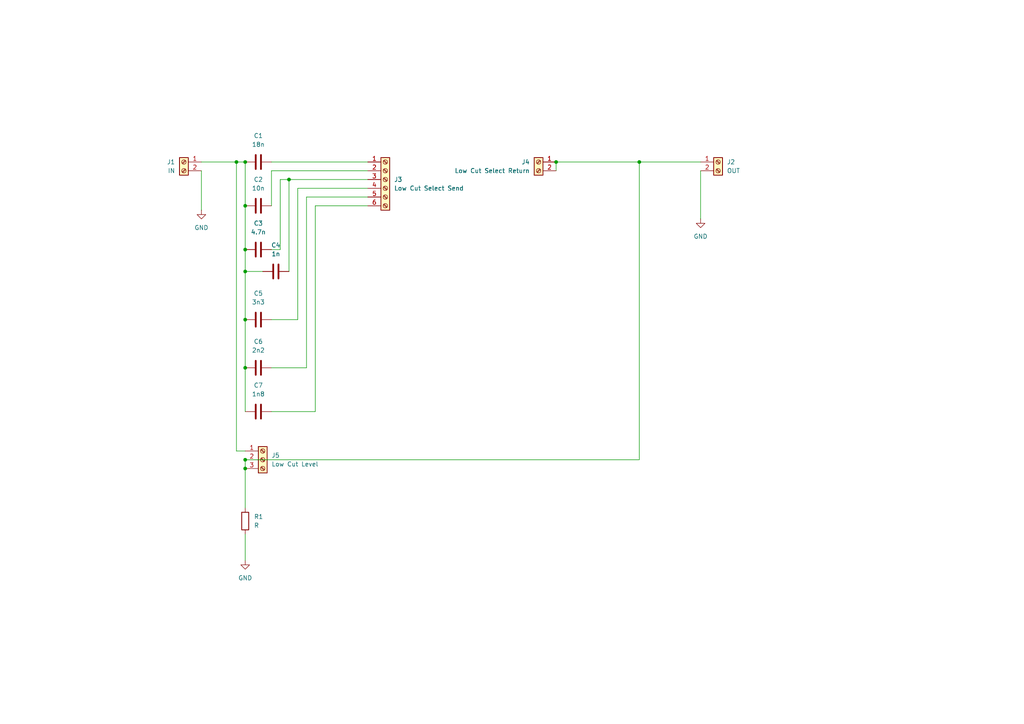
<source format=kicad_sch>
(kicad_sch (version 20231120) (generator "eeschema") (generator_version "8.0")
  (paper "A4")
  (lib_symbols
    (symbol "Connector:Screw_Terminal_01x02" (pin_names (offset 1.016) hide)
      (property "Reference" "J" (at 0 2.54 0))
      (property "Value" "Screw_Terminal_01x02" (at 0 -5.08 0))
      (symbol "Screw_Terminal_01x02_1_1"
        (rectangle (start -1.27 1.27) (end 1.27 -3.81) (stroke (width 0.254)) (fill (type background)))
        (circle (center 0 -2.54) (radius 0.635) (stroke (width 0.1524)))
        (polyline (pts (xy -0.5334 -2.2098) (xy 0.3302 -3.048)) (stroke (width 0.1524)))
        (polyline (pts (xy -0.5334 0.3302) (xy 0.3302 -0.508)) (stroke (width 0.1524)))
        (polyline (pts (xy -0.3556 -2.032) (xy 0.508 -2.8702)) (stroke (width 0.1524)))
        (polyline (pts (xy -0.3556 0.508) (xy 0.508 -0.3302)) (stroke (width 0.1524)))
        (circle (center 0 0) (radius 0.635) (stroke (width 0.1524)))
        (pin passive line (at -5.08 0 0) (length 3.81) (name "Pin_1") (number "1"))
        (pin passive line (at -5.08 -2.54 0) (length 3.81) (name "Pin_2") (number "2"))
      )
    )
    (symbol "Connector:Screw_Terminal_01x03" (pin_names (offset 1.016) hide)
      (property "Reference" "J" (at 0 5.08 0))
      (property "Value" "Screw_Terminal_01x03" (at 0 -5.08 0))
      (symbol "Screw_Terminal_01x03_1_1"
        (rectangle (start -1.27 3.81) (end 1.27 -3.81) (stroke (width 0.254)) (fill (type background)))
        (circle (center 0 -2.54) (radius 0.635) (stroke (width 0.1524)))
        (polyline (pts (xy -0.5334 -2.2098) (xy 0.3302 -3.048)) (stroke (width 0.1524)))
        (polyline (pts (xy -0.5334 0.3302) (xy 0.3302 -0.508)) (stroke (width 0.1524)))
        (polyline (pts (xy -0.5334 2.8702) (xy 0.3302 2.032)) (stroke (width 0.1524)))
        (polyline (pts (xy -0.3556 -2.032) (xy 0.508 -2.8702)) (stroke (width 0.1524)))
        (polyline (pts (xy -0.3556 0.508) (xy 0.508 -0.3302)) (stroke (width 0.1524)))
        (polyline (pts (xy -0.3556 3.048) (xy 0.508 2.2098)) (stroke (width 0.1524)))
        (circle (center 0 0) (radius 0.635) (stroke (width 0.1524)))
        (circle (center 0 2.54) (radius 0.635) (stroke (width 0.1524)))
        (pin passive line (at -5.08 2.54 0) (length 3.81) (name "Pin_1") (number "1"))
        (pin passive line (at -5.08 0 0) (length 3.81) (name "Pin_2") (number "2"))
        (pin passive line (at -5.08 -2.54 0) (length 3.81) (name "Pin_3") (number "3"))
      )
    )
    (symbol "Connector:Screw_Terminal_01x06" (pin_names (offset 1.016) hide)
      (property "Reference" "J" (at 0 7.62 0))
      (property "Value" "Screw_Terminal_01x06" (at 0 -10.16 0))
      (symbol "Screw_Terminal_01x06_1_1"
        (rectangle (start -1.27 6.35) (end 1.27 -8.89) (stroke (width 0.254)) (fill (type background)))
        (circle (center 0 -7.62) (radius 0.635) (stroke (width 0.1524)))
        (circle (center 0 -5.08) (radius 0.635) (stroke (width 0.1524)))
        (circle (center 0 -2.54) (radius 0.635) (stroke (width 0.1524)))
        (polyline (pts (xy -0.5334 -7.2898) (xy 0.3302 -8.128)) (stroke (width 0.1524)))
        (polyline (pts (xy -0.5334 -4.7498) (xy 0.3302 -5.588)) (stroke (width 0.1524)))
        (polyline (pts (xy -0.5334 -2.2098) (xy 0.3302 -3.048)) (stroke (width 0.1524)))
        (polyline (pts (xy -0.5334 0.3302) (xy 0.3302 -0.508)) (stroke (width 0.1524)))
        (polyline (pts (xy -0.5334 2.8702) (xy 0.3302 2.032)) (stroke (width 0.1524)))
        (polyline (pts (xy -0.5334 5.4102) (xy 0.3302 4.572)) (stroke (width 0.1524)))
        (polyline (pts (xy -0.3556 -7.112) (xy 0.508 -7.9502)) (stroke (width 0.1524)))
        (polyline (pts (xy -0.3556 -4.572) (xy 0.508 -5.4102)) (stroke (width 0.1524)))
        (polyline (pts (xy -0.3556 -2.032) (xy 0.508 -2.8702)) (stroke (width 0.1524)))
        (polyline (pts (xy -0.3556 0.508) (xy 0.508 -0.3302)) (stroke (width 0.1524)))
        (polyline (pts (xy -0.3556 3.048) (xy 0.508 2.2098)) (stroke (width 0.1524)))
        (polyline (pts (xy -0.3556 5.588) (xy 0.508 4.7498)) (stroke (width 0.1524)))
        (circle (center 0 0) (radius 0.635) (stroke (width 0.1524)))
        (circle (center 0 2.54) (radius 0.635) (stroke (width 0.1524)))
        (circle (center 0 5.08) (radius 0.635) (stroke (width 0.1524)))
        (pin passive line (at -5.08 5.08 0) (length 3.81) (name "Pin_1") (number "1"))
        (pin passive line (at -5.08 2.54 0) (length 3.81) (name "Pin_2") (number "2"))
        (pin passive line (at -5.08 0 0) (length 3.81) (name "Pin_3") (number "3"))
        (pin passive line (at -5.08 -2.54 0) (length 3.81) (name "Pin_4") (number "4"))
        (pin passive line (at -5.08 -5.08 0) (length 3.81) (name "Pin_5") (number "5"))
        (pin passive line (at -5.08 -7.62 0) (length 3.81) (name "Pin_6") (number "6"))
      )
    )
    (symbol "Device:C" (pin_numbers hide) (pin_names (offset 0.254))
      (property "Reference" "C" (at 0.635 2.54 0))
      (property "Value" "C" (at 0.635 -2.54 0))
      (symbol "C_0_1"
        (polyline (pts (xy -2.032 -0.762) (xy 2.032 -0.762)) (stroke (width 0.508)))
        (polyline (pts (xy -2.032 0.762) (xy 2.032 0.762)) (stroke (width 0.508)))
      )
      (symbol "C_1_1"
        (pin passive line (at 0 3.81 270) (length 2.794) (name "~") (number "1"))
        (pin passive line (at 0 -3.81 90) (length 2.794) (name "~") (number "2"))
      )
    )
    (symbol "Device:R" (pin_numbers hide) (pin_names (offset 0))
      (property "Reference" "R" (at 2.032 0 90))
      (property "Value" "R" (at 0 0 90))
      (symbol "R_0_1"
        (rectangle (start -1.016 -2.54) (end 1.016 2.54) (stroke (width 0.254)))
      )
      (symbol "R_1_1"
        (pin passive line (at 0 3.81 270) (length 1.27) (name "~") (number "1"))
        (pin passive line (at 0 -3.81 90) (length 1.27) (name "~") (number "2"))
      )
    )
    (symbol "power:GND" (power) (pin_numbers hide) (pin_names (offset 0) hide)
      (property "Value" "GND" (at 0 -3.81 0))
      (symbol "GND_0_1"
        (polyline (pts (xy 0 0) (xy 0 -1.27) (xy 1.27 -1.27) (xy 0 -2.54) (xy -1.27 -1.27) (xy 0 -1.27)))
      )
      (symbol "GND_1_1"
        (pin power_in line (at 0 0 270) (length 0) (name "~") (number "1"))
      )
    )
  )
  (junction (at 83.82 52.07))
  (junction (at 71.12 92.71))
  (junction (at 185.42 46.99))
  (junction (at 71.12 78.74))
  (junction (at 71.12 135.89))
  (junction (at 71.12 133.35))
  (junction (at 161.29 46.99))
  (junction (at 71.12 46.99))
  (junction (at 71.12 106.68))
  (junction (at 71.12 72.39))
  (junction (at 71.12 59.69))
  (junction (at 68.58 46.99))
  (wire (pts (xy 88.9 57.15) (xy 88.9 106.68)))
  (wire (pts (xy 86.36 54.61) (xy 86.36 92.71)))
  (wire (pts (xy 71.12 130.81) (xy 68.58 130.81)))
  (wire (pts (xy 71.12 154.94) (xy 71.12 162.56)))
  (wire (pts (xy 106.68 57.15) (xy 88.9 57.15)))
  (wire (pts (xy 81.28 52.07) (xy 81.28 72.39)))
  (wire (pts (xy 83.82 52.07) (xy 83.82 78.74)))
  (wire (pts (xy 78.74 49.53) (xy 78.74 59.69)))
  (wire (pts (xy 71.12 78.74) (xy 71.12 92.71)))
  (wire (pts (xy 106.68 52.07) (xy 83.82 52.07)))
  (wire (pts (xy 185.42 46.99) (xy 203.2 46.99)))
  (wire (pts (xy 71.12 106.68) (xy 71.12 119.38)))
  (wire (pts (xy 161.29 46.99) (xy 185.42 46.99)))
  (wire (pts (xy 58.42 46.99) (xy 68.58 46.99)))
  (wire (pts (xy 78.74 92.71) (xy 86.36 92.71)))
  (wire (pts (xy 71.12 78.74) (xy 76.2 78.74)))
  (wire (pts (xy 78.74 46.99) (xy 106.68 46.99)))
  (wire (pts (xy 58.42 49.53) (xy 58.42 60.96)))
  (wire (pts (xy 81.28 72.39) (xy 78.74 72.39)))
  (wire (pts (xy 71.12 72.39) (xy 71.12 78.74)))
  (wire (pts (xy 161.29 46.99) (xy 161.29 49.53)))
  (wire (pts (xy 106.68 59.69) (xy 91.44 59.69)))
  (wire (pts (xy 78.74 106.68) (xy 88.9 106.68)))
  (wire (pts (xy 185.42 46.99) (xy 185.42 133.35)))
  (wire (pts (xy 71.12 46.99) (xy 71.12 59.69)))
  (wire (pts (xy 106.68 49.53) (xy 78.74 49.53)))
  (wire (pts (xy 83.82 52.07) (xy 81.28 52.07)))
  (wire (pts (xy 78.74 119.38) (xy 91.44 119.38)))
  (wire (pts (xy 91.44 59.69) (xy 91.44 119.38)))
  (wire (pts (xy 71.12 133.35) (xy 71.12 135.89)))
  (wire (pts (xy 68.58 46.99) (xy 68.58 130.81)))
  (wire (pts (xy 71.12 135.89) (xy 71.12 147.32)))
  (wire (pts (xy 106.68 54.61) (xy 86.36 54.61)))
  (wire (pts (xy 71.12 92.71) (xy 71.12 106.68)))
  (wire (pts (xy 203.2 49.53) (xy 203.2 63.5)))
  (wire (pts (xy 71.12 133.35) (xy 185.42 133.35)))
  (wire (pts (xy 68.58 46.99) (xy 71.12 46.99)))
  (wire (pts (xy 71.12 59.69) (xy 71.12 72.39)))
  (symbol (lib_id "Connector:Screw_Terminal_01x06") (at 111.76 52.07 0) (unit 1)
    (property "Reference" "J3" (at 114.3 52.0699 0) (effects (justify left)))
    (property "Value" "Low Cut Select Send" (at 114.3 54.6099 0) (effects (justify left)))
    (property "Footprint" "OL Library:TerminalBlock_Phoenix_MKDS-1,5-6_1x06_P5.00mm_Horizontal_Fat_Pad" (effects (hide yes)))
    (property "Description" "Generic screw terminal, single row, 01x06, script generated (kicad-library-utils/schlib/autogen/connector/)" (effects (hide yes)))
  )
  (symbol (lib_id "Device:C") (at 74.93 119.38 90) (unit 1)
    (property "Reference" "C7" (at 74.93 111.76 90))
    (property "Value" "1n8" (at 74.93 114.3 90))
    (property "Footprint" "OL Library:C_Rect_L7.0mm_W2.0mm_P5.00mm_Fat_Pad" (effects (hide yes)))
    (property "Description" "Unpolarized capacitor" (effects (hide yes)))
  )
  (symbol (lib_id "Device:C") (at 80.01 78.74 90) (unit 1)
    (property "Reference" "C4" (at 80.01 71.12 90))
    (property "Value" "1n" (at 80.01 73.66 90))
    (property "Footprint" "OL Library:C_Rect_L7.0mm_W2.0mm_P5.00mm_Fat_Pad" (effects (hide yes)))
    (property "Description" "Unpolarized capacitor" (effects (hide yes)))
  )
  (symbol (lib_id "Device:R") (at 71.12 151.13 0) (unit 1)
    (property "Reference" "R1" (at 73.66 149.8599 0) (effects (justify left)))
    (property "Value" "R" (at 73.66 152.3999 0) (effects (justify left)))
    (property "Footprint" "OL Library:R_Axial_DIN0207_L6.3mm_D2.5mm_P7.62mm_Horizontal" (effects (hide yes)))
    (property "Description" "Resistor" (effects (hide yes)))
  )
  (symbol (lib_id "Device:C") (at 74.93 72.39 90) (unit 1)
    (property "Reference" "C3" (at 74.93 64.77 90))
    (property "Value" "4.7n" (at 74.93 67.31 90))
    (property "Footprint" "OL Library:C_Rect_L7.0mm_W2.0mm_P5.00mm_Fat_Pad" (effects (hide yes)))
    (property "Description" "Unpolarized capacitor" (effects (hide yes)))
  )
  (symbol (lib_id "Connector:Screw_Terminal_01x02") (at 208.28 46.99 0) (unit 1)
    (property "Reference" "J2" (at 210.82 46.9899 0) (effects (justify left)))
    (property "Value" "OUT" (at 210.82 49.5299 0) (effects (justify left)))
    (property "Footprint" "OL Library:TerminalBlock_Phoenix_MKDS-1,5-2_1x02_P5.00mm_Horizontal Fat Pad" (effects (hide yes)))
    (property "Description" "Generic screw terminal, single row, 01x02, script generated (kicad-library-utils/schlib/autogen/connector/)" (effects (hide yes)))
  )
  (symbol (lib_id "Device:C") (at 74.93 46.99 90) (unit 1)
    (property "Reference" "C1" (at 74.93 39.37 90))
    (property "Value" "18n" (at 74.93 41.91 90))
    (property "Footprint" "OL Library:C_Rect_L7.0mm_W2.0mm_P5.00mm_Fat_Pad" (effects (hide yes)))
    (property "Description" "Unpolarized capacitor" (effects (hide yes)))
  )
  (symbol (lib_id "Connector:Screw_Terminal_01x02") (at 156.21 46.99 0) (mirror y) (unit 1)
    (property "Reference" "J4" (at 153.67 46.9899 0) (effects (justify left)))
    (property "Value" "Low Cut Select Return" (at 153.67 49.5299 0) (effects (justify left)))
    (property "Footprint" "OL Library:TerminalBlock_Phoenix_MKDS-1,5-2_1x02_P5.00mm_Horizontal Fat Pad" (effects (hide yes)))
    (property "Description" "Generic screw terminal, single row, 01x02, script generated (kicad-library-utils/schlib/autogen/connector/)" (effects (hide yes)))
  )
  (symbol (lib_id "power:GND") (at 203.2 63.5 0) (unit 1)
    (property "Reference" "#PWR02" (effects (hide yes)))
    (property "Value" "GND" (at 203.2 68.58 0))
    (property "Description" "Power symbol creates a global label with name \"GND\" , ground" (effects (hide yes)))
  )
  (symbol (lib_id "power:GND") (at 71.12 162.56 0) (unit 1)
    (property "Reference" "#PWR03" (effects (hide yes)))
    (property "Value" "GND" (at 71.12 167.64 0))
    (property "Description" "Power symbol creates a global label with name \"GND\" , ground" (effects (hide yes)))
  )
  (symbol (lib_id "Device:C") (at 74.93 92.71 90) (unit 1)
    (property "Reference" "C5" (at 74.93 85.09 90))
    (property "Value" "3n3" (at 74.93 87.63 90))
    (property "Footprint" "OL Library:C_Rect_L7.0mm_W2.0mm_P5.00mm_Fat_Pad" (effects (hide yes)))
    (property "Description" "Unpolarized capacitor" (effects (hide yes)))
  )
  (symbol (lib_id "Connector:Screw_Terminal_01x03") (at 76.2 133.35 0) (unit 1)
    (property "Reference" "J5" (at 78.74 132.0799 0) (effects (justify left)))
    (property "Value" "Low Cut Level" (at 78.74 134.6199 0) (effects (justify left)))
    (property "Footprint" "OL Library:TerminalBlock_Phoenix_MKDS-1,5-3_1x03_P5.00mm_Horizontal Fat Pad" (effects (hide yes)))
    (property "Description" "Generic screw terminal, single row, 01x03, script generated (kicad-library-utils/schlib/autogen/connector/)" (effects (hide yes)))
  )
  (symbol (lib_id "Device:C") (at 74.93 59.69 90) (unit 1)
    (property "Reference" "C2" (at 74.93 52.07 90))
    (property "Value" "10n" (at 74.93 54.61 90))
    (property "Footprint" "OL Library:C_Rect_L7.0mm_W2.0mm_P5.00mm_Fat_Pad" (effects (hide yes)))
    (property "Description" "Unpolarized capacitor" (effects (hide yes)))
  )
  (symbol (lib_id "Device:C") (at 74.93 106.68 90) (unit 1)
    (property "Reference" "C6" (at 74.93 99.06 90))
    (property "Value" "2n2" (at 74.93 101.6 90))
    (property "Footprint" "OL Library:C_Rect_L7.0mm_W2.0mm_P5.00mm_Fat_Pad" (effects (hide yes)))
    (property "Description" "Unpolarized capacitor" (effects (hide yes)))
  )
  (symbol (lib_id "power:GND") (at 58.42 60.96 0) (unit 1)
    (property "Reference" "#PWR01" (effects (hide yes)))
    (property "Value" "GND" (at 58.42 66.04 0))
    (property "Description" "Power symbol creates a global label with name \"GND\" , ground" (effects (hide yes)))
  )
  (symbol (lib_id "Connector:Screw_Terminal_01x02") (at 53.34 46.99 0) (mirror y) (unit 1)
    (property "Reference" "J1" (at 50.8 46.9899 0) (effects (justify left)))
    (property "Value" "IN" (at 50.8 49.5299 0) (effects (justify left)))
    (property "Footprint" "OL Library:TerminalBlock_Phoenix_MKDS-1,5-2_1x02_P5.00mm_Horizontal Fat Pad" (effects (hide yes)))
    (property "Description" "Generic screw terminal, single row, 01x02, script generated (kicad-library-utils/schlib/autogen/connector/)" (effects (hide yes)))
  )
)
</source>
